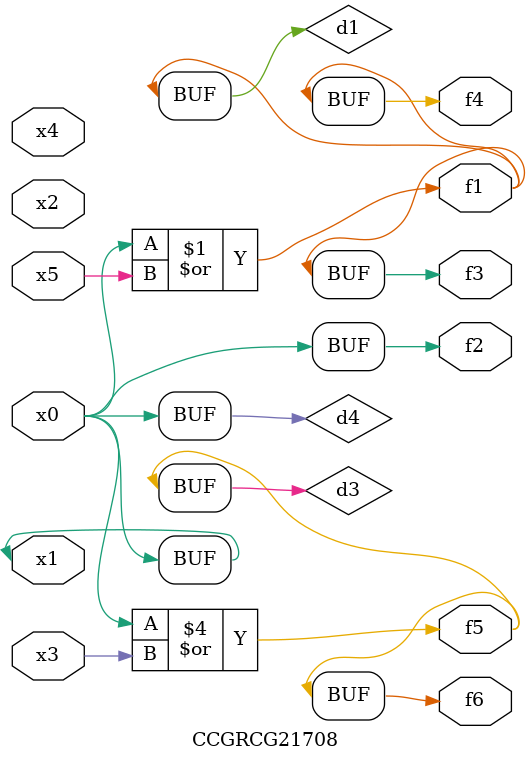
<source format=v>
module CCGRCG21708(
	input x0, x1, x2, x3, x4, x5,
	output f1, f2, f3, f4, f5, f6
);

	wire d1, d2, d3, d4;

	or (d1, x0, x5);
	xnor (d2, x1, x4);
	or (d3, x0, x3);
	buf (d4, x0, x1);
	assign f1 = d1;
	assign f2 = d4;
	assign f3 = d1;
	assign f4 = d1;
	assign f5 = d3;
	assign f6 = d3;
endmodule

</source>
